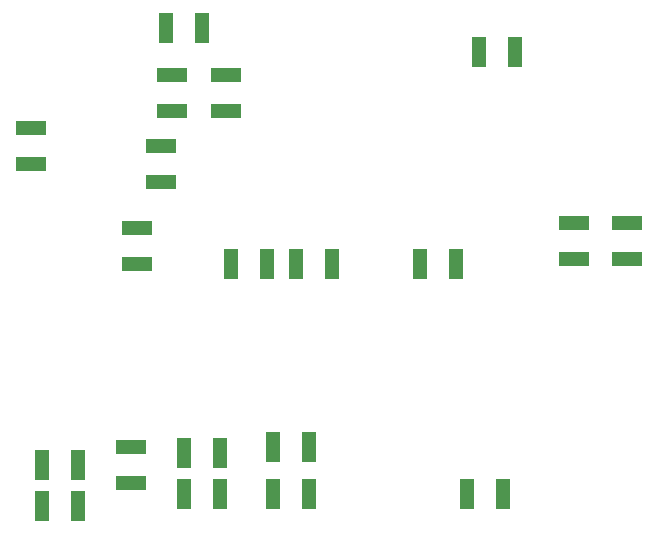
<source format=gtp>
%FSLAX46Y46*%
G04 Gerber Fmt 4.6, Leading zero omitted, Abs format (unit mm)*
G04 Created by KiCad (PCBNEW (2014-08-26 BZR 5101)-product) date 5/11/2014 12:16:11 PM*
%MOMM*%
G01*
G04 APERTURE LIST*
%ADD10C,0.100000*%
%ADD11R,1.270000X2.540000*%
%ADD12R,2.540000X1.270000*%
G04 APERTURE END LIST*
D10*
D11*
X147024000Y-85500000D03*
X143976000Y-85500000D03*
X156476000Y-70000000D03*
X159524000Y-70000000D03*
X149024000Y-70000000D03*
X145976000Y-70000000D03*
D12*
X132500000Y-70024000D03*
X132500000Y-66976000D03*
X140000000Y-53976000D03*
X140000000Y-57024000D03*
D11*
X160476000Y-89500000D03*
X163524000Y-89500000D03*
D12*
X135500000Y-53976000D03*
X135500000Y-57024000D03*
D11*
X147024000Y-89500000D03*
X143976000Y-89500000D03*
X134976000Y-50000000D03*
X138024000Y-50000000D03*
D12*
X123500000Y-61524000D03*
X123500000Y-58476000D03*
X134500000Y-59976000D03*
X134500000Y-63024000D03*
D11*
X140476000Y-70000000D03*
X143524000Y-70000000D03*
D12*
X169500000Y-66476000D03*
X169500000Y-69524000D03*
X174000000Y-69524000D03*
X174000000Y-66476000D03*
D11*
X139524000Y-89500000D03*
X136476000Y-89500000D03*
X136476000Y-86000000D03*
X139524000Y-86000000D03*
X161476000Y-52000000D03*
X164524000Y-52000000D03*
D12*
X132000000Y-88524000D03*
X132000000Y-85476000D03*
D11*
X127524000Y-90500000D03*
X124476000Y-90500000D03*
X124476000Y-87000000D03*
X127524000Y-87000000D03*
M02*

</source>
